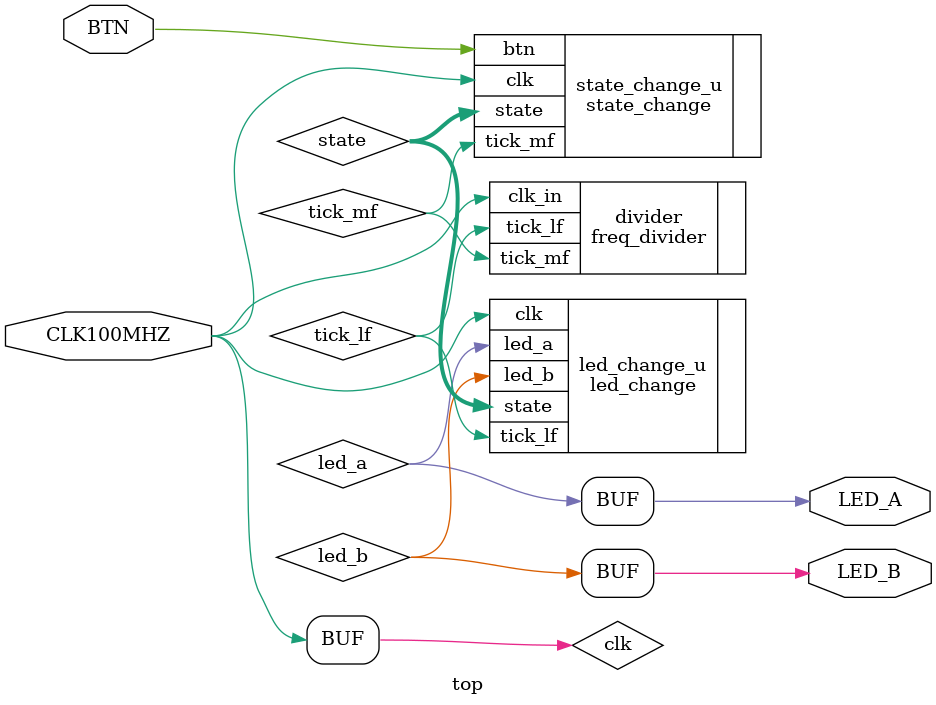
<source format=v>
module top(
  input  CLK100MHZ,
  input  BTN,
  output LED_A,
  output LED_B
);
wire tick_mf;
wire tick_lf;
wire led_a;
wire led_b;
wire clk;
wire [1:0] state;

assign clk   = CLK100MHZ;
assign LED_A = led_a;
assign LED_B = led_b;

freq_divider divider(.clk_in(clk), .tick_mf(tick_mf), .tick_lf(tick_lf) );
led_change led_change_u(
  .state(state),
  .clk(clk),
  .tick_lf(tick_lf),
  .led_a(led_a),
  .led_b(led_b)
);
state_change state_change_u(
  .btn(BTN),
  .tick_mf(tick_mf),
  .clk(clk),
  .state(state)
);

endmodule

</source>
